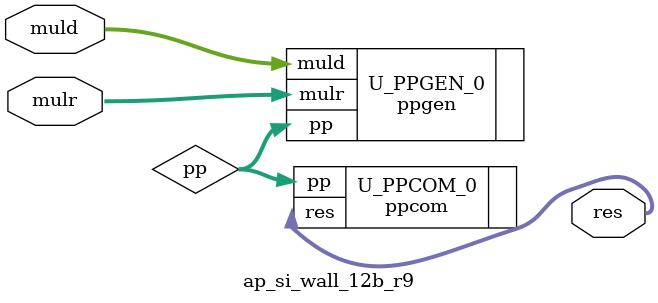
<source format=v>
module ap_si_wall_12b_r9 (
    input  signed [11:0] muld,
    input  signed [11:0] mulr,
    
    output signed [23:0] res
);

wire [143:0] pp;

ppgen #(
    .DW                             (  12                           ))
U_PPGEN_0(
    .muld                           ( muld                          ),
    .mulr                           ( mulr                          ),
    .pp                             ( pp                            )
);


ppcom U_PPCOM_0(
    .pp                             ( pp                            ),
    .res                            ( res                           )
);


endmodule

</source>
